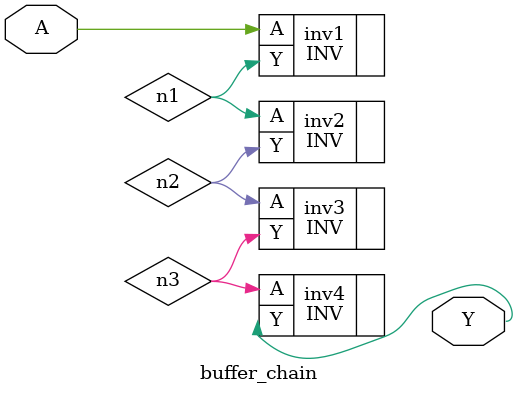
<source format=v>

module buffer_chain (
    input  A,
    output Y
);

    wire n1, n2, n3;

    // Stage 1: First inverter
    INV inv1 (
        .A(A),
        .Y(n1)
    );

    // Stage 2: Second inverter
    INV inv2 (
        .A(n1),
        .Y(n2)
    );

    // Stage 3: Third inverter
    INV inv3 (
        .A(n2),
        .Y(n3)
    );

    // Stage 4: Fourth inverter
    INV inv4 (
        .A(n3),
        .Y(Y)
    );

endmodule

</source>
